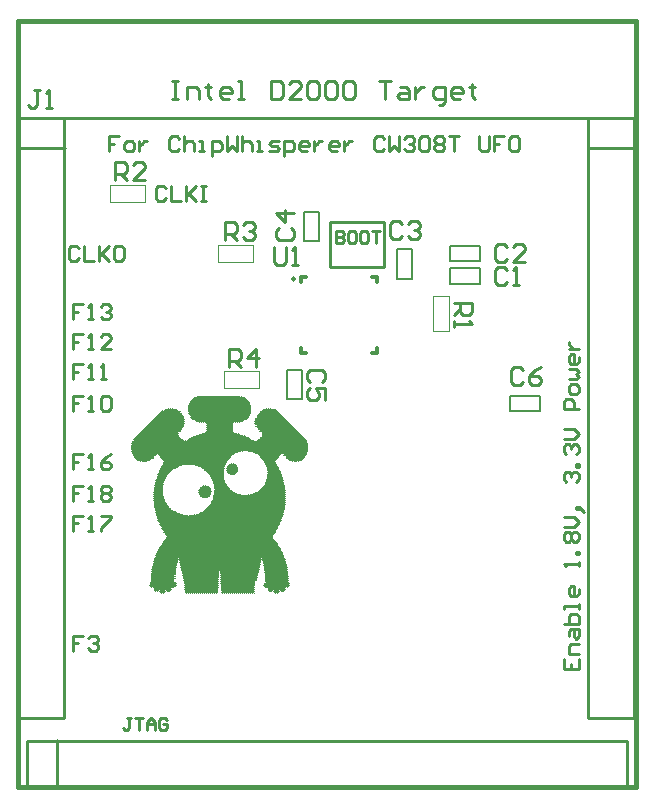
<source format=gto>
G04 Layer_Color=65535*
%FSLAX25Y25*%
%MOIN*%
G70*
G01*
G75*
%ADD20C,0.01000*%
%ADD21C,0.01500*%
%ADD31C,0.00984*%
%ADD32C,0.00394*%
%ADD33C,0.00787*%
%ADD34C,0.01181*%
G36*
X174838Y230240D02*
X175850D01*
Y229902D01*
X176188D01*
Y229565D01*
X176525D01*
Y229227D01*
X176863D01*
Y228890D01*
X177200D01*
Y228552D01*
X177538D01*
Y228215D01*
Y227877D01*
Y227540D01*
X177875D01*
Y227202D01*
Y226865D01*
Y226527D01*
Y226190D01*
Y225852D01*
Y225515D01*
Y225177D01*
Y224839D01*
Y224502D01*
X177538D01*
Y224164D01*
Y223827D01*
X177200D01*
Y223489D01*
Y223152D01*
X176863D01*
Y222814D01*
X176525D01*
Y222477D01*
X175513D01*
Y222139D01*
X175175D01*
Y221802D01*
X174162D01*
Y221464D01*
X173825D01*
Y221802D01*
X173487D01*
Y221464D01*
X173150D01*
Y221802D01*
X172812D01*
Y221464D01*
X172475D01*
Y221802D01*
X172137D01*
Y221464D01*
X171800D01*
Y221127D01*
Y220789D01*
Y220452D01*
Y220114D01*
Y219777D01*
Y219439D01*
Y219102D01*
Y218764D01*
Y218426D01*
X172137D01*
Y218089D01*
X173150D01*
Y217751D01*
X173487D01*
Y218089D01*
X173825D01*
Y217751D01*
X174162D01*
Y217414D01*
X175175D01*
Y217076D01*
X175513D01*
Y217414D01*
X175850D01*
Y217076D01*
X176188D01*
Y216739D01*
X177200D01*
Y216401D01*
X177538D01*
Y216064D01*
X177875D01*
Y215726D01*
X178888D01*
Y215389D01*
X179563D01*
Y215726D01*
X179900D01*
Y216064D01*
X180575D01*
Y216401D01*
Y216739D01*
X181251D01*
Y217076D01*
Y217414D01*
Y217751D01*
Y218089D01*
Y218426D01*
X180238D01*
Y218764D01*
X180575D01*
Y219102D01*
X179900D01*
Y219439D01*
Y219777D01*
X179563D01*
Y220114D01*
X179225D01*
Y220452D01*
X179563D01*
Y220789D01*
X179225D01*
Y221127D01*
X178888D01*
Y221464D01*
X179225D01*
Y221802D01*
X178888D01*
Y222139D01*
X179225D01*
Y222477D01*
Y222814D01*
Y223152D01*
X179563D01*
Y223489D01*
Y223827D01*
Y224164D01*
X179900D01*
Y224502D01*
X180238D01*
Y224839D01*
X180575D01*
Y225177D01*
Y225515D01*
X181251D01*
Y225852D01*
X181588D01*
Y226190D01*
X182601D01*
Y226527D01*
X182938D01*
Y226190D01*
X183276D01*
Y226527D01*
X183613D01*
Y226190D01*
X183951D01*
Y226527D01*
X184288D01*
Y226190D01*
X185976D01*
Y225852D01*
X186313D01*
Y225515D01*
X186651D01*
Y225177D01*
X186988D01*
Y224839D01*
X187326D01*
Y224502D01*
X187663D01*
Y224164D01*
X188001D01*
Y223827D01*
X188338D01*
Y223489D01*
X188676D01*
Y223152D01*
X189014D01*
Y222814D01*
X189351D01*
Y222477D01*
X189689D01*
Y222139D01*
X190026D01*
Y221802D01*
X190364D01*
Y221464D01*
X190701D01*
Y221127D01*
X191039D01*
Y220789D01*
X191376D01*
Y220452D01*
X191714D01*
Y220114D01*
X192051D01*
Y219777D01*
X192389D01*
Y219439D01*
X192726D01*
Y219102D01*
X193064D01*
Y218764D01*
X193401D01*
Y218426D01*
X193739D01*
Y218089D01*
X194076D01*
Y217751D01*
X194414D01*
Y217414D01*
X194751D01*
Y217076D01*
X195089D01*
Y216739D01*
X195426D01*
Y216401D01*
X195764D01*
Y216064D01*
X196101D01*
Y215726D01*
X196439D01*
Y215389D01*
Y215051D01*
Y214714D01*
X196777D01*
Y214376D01*
Y214039D01*
Y213701D01*
Y213364D01*
Y213026D01*
Y212689D01*
Y212351D01*
Y212014D01*
Y211676D01*
X196439D01*
Y211338D01*
Y211001D01*
Y210663D01*
X196101D01*
Y210326D01*
X195764D01*
Y209988D01*
X195426D01*
Y209651D01*
X195089D01*
Y209313D01*
X194751D01*
Y208976D01*
X193739D01*
Y208638D01*
X193401D01*
Y208976D01*
X193064D01*
Y208638D01*
X192051D01*
Y208976D01*
X191714D01*
Y208638D01*
X191376D01*
Y208976D01*
X190364D01*
Y209313D01*
X190026D01*
Y209651D01*
X189351D01*
Y209988D01*
Y210326D01*
X188338D01*
Y210663D01*
X188676D01*
Y211001D01*
X187663D01*
Y210663D01*
X187326D01*
Y210326D01*
X186988D01*
Y209988D01*
X186651D01*
Y209651D01*
X186313D01*
Y209313D01*
X185976D01*
Y208976D01*
X185638D01*
Y208638D01*
X185976D01*
Y208301D01*
Y207963D01*
X186313D01*
Y207626D01*
Y207288D01*
X186651D01*
Y206951D01*
X186988D01*
Y206613D01*
Y206276D01*
Y205938D01*
X187326D01*
Y205601D01*
X187663D01*
Y205263D01*
Y204925D01*
Y204588D01*
X188001D01*
Y204251D01*
Y203913D01*
Y203575D01*
X188338D01*
Y203238D01*
Y202900D01*
Y202563D01*
X188676D01*
Y202225D01*
X188338D01*
Y201888D01*
X188676D01*
Y201550D01*
Y201213D01*
Y200875D01*
X189014D01*
Y200538D01*
Y200200D01*
Y199863D01*
Y199525D01*
Y199188D01*
X189351D01*
Y198850D01*
X189014D01*
Y198513D01*
X189351D01*
Y198175D01*
X189014D01*
Y197837D01*
X189351D01*
Y197500D01*
X189014D01*
Y197162D01*
X189351D01*
Y196825D01*
X189014D01*
Y196487D01*
X189351D01*
Y196150D01*
X189014D01*
Y195812D01*
X189351D01*
Y195475D01*
X189014D01*
Y195137D01*
X189351D01*
Y194800D01*
X189014D01*
Y194462D01*
X189351D01*
Y194125D01*
X189014D01*
Y193787D01*
Y193450D01*
Y193112D01*
Y192775D01*
Y192437D01*
X188676D01*
Y192100D01*
Y191762D01*
Y191425D01*
X188338D01*
Y191087D01*
X188676D01*
Y190750D01*
X188338D01*
Y190412D01*
Y190075D01*
X188001D01*
Y189737D01*
Y189399D01*
X187663D01*
Y189062D01*
X188001D01*
Y188724D01*
X187663D01*
Y188387D01*
X187326D01*
Y188049D01*
Y187712D01*
Y187374D01*
X186988D01*
Y187037D01*
X186651D01*
Y186699D01*
Y186362D01*
Y186024D01*
X186313D01*
Y185687D01*
X185976D01*
Y185349D01*
Y185012D01*
Y184674D01*
X185638D01*
Y184337D01*
X185301D01*
Y183999D01*
X184963D01*
Y183661D01*
Y183324D01*
Y182986D01*
X185301D01*
Y182649D01*
X185638D01*
Y182311D01*
X185976D01*
Y181974D01*
X186313D01*
Y181636D01*
X186651D01*
Y181299D01*
Y180961D01*
Y180624D01*
X186988D01*
Y180286D01*
X187326D01*
Y179949D01*
X187663D01*
Y179611D01*
Y179274D01*
Y178936D01*
X188001D01*
Y178599D01*
X188338D01*
Y178261D01*
Y177924D01*
Y177586D01*
X188676D01*
Y177249D01*
Y176911D01*
Y176574D01*
X189014D01*
Y176236D01*
X189351D01*
Y175899D01*
X189014D01*
Y175561D01*
X189351D01*
Y175223D01*
Y174886D01*
Y174548D01*
X189689D01*
Y174211D01*
Y173873D01*
Y173536D01*
X190026D01*
Y173198D01*
X189689D01*
Y172861D01*
X190026D01*
Y172523D01*
X189689D01*
Y172186D01*
X190026D01*
Y171848D01*
Y171511D01*
Y171173D01*
Y170836D01*
Y170498D01*
X190364D01*
Y170160D01*
X190026D01*
Y169823D01*
X190364D01*
Y169485D01*
X190026D01*
Y169148D01*
X190364D01*
Y168810D01*
X190026D01*
Y168473D01*
X190364D01*
Y168135D01*
X190701D01*
Y167798D01*
X190364D01*
Y167460D01*
X190701D01*
Y167123D01*
X190364D01*
Y166785D01*
X190026D01*
Y166448D01*
X189689D01*
Y166785D01*
X189351D01*
Y166448D01*
X189014D01*
Y166110D01*
X189351D01*
Y165773D01*
X189014D01*
Y165435D01*
X188676D01*
Y165098D01*
X187663D01*
Y165435D01*
X187326D01*
Y165773D01*
X186988D01*
Y165435D01*
X187326D01*
Y165098D01*
X186988D01*
Y164760D01*
X186651D01*
Y164423D01*
X186313D01*
Y164760D01*
X185976D01*
Y164423D01*
X185638D01*
Y164760D01*
X185301D01*
Y165098D01*
X184963D01*
Y165435D01*
X184626D01*
Y165098D01*
X183613D01*
Y165435D01*
X183276D01*
Y165773D01*
Y166110D01*
Y166448D01*
X182263D01*
Y166785D01*
X181925D01*
Y167123D01*
X181588D01*
Y167460D01*
X181925D01*
Y167798D01*
Y168135D01*
X182601D01*
Y168473D01*
X182263D01*
Y168810D01*
Y169148D01*
Y169485D01*
Y169823D01*
Y170160D01*
Y170498D01*
Y170836D01*
Y171173D01*
Y171511D01*
X181925D01*
Y171848D01*
X182263D01*
Y172186D01*
X181925D01*
Y172523D01*
Y172861D01*
Y173198D01*
Y173536D01*
Y173873D01*
X181588D01*
Y174211D01*
X181925D01*
Y174548D01*
X181588D01*
Y174886D01*
Y175223D01*
Y175561D01*
X181251D01*
Y175899D01*
X180913D01*
Y175561D01*
Y175223D01*
Y174886D01*
X180575D01*
Y174548D01*
X180913D01*
Y174211D01*
X180575D01*
Y173873D01*
Y173536D01*
Y173198D01*
X180238D01*
Y172861D01*
X180575D01*
Y172523D01*
X180238D01*
Y172186D01*
Y171848D01*
Y171511D01*
X179900D01*
Y171173D01*
Y170836D01*
Y170498D01*
X179563D01*
Y170160D01*
X179900D01*
Y169823D01*
X179563D01*
Y169485D01*
Y169148D01*
Y168810D01*
X179225D01*
Y168473D01*
Y168135D01*
Y167798D01*
Y167460D01*
Y167123D01*
X178888D01*
Y166785D01*
X179225D01*
Y166448D01*
X178888D01*
Y166110D01*
X179225D01*
Y165773D01*
X178888D01*
Y165435D01*
X179225D01*
Y165098D01*
X178888D01*
Y164760D01*
X179225D01*
Y164423D01*
X178888D01*
Y164760D01*
X178550D01*
Y164423D01*
X178213D01*
Y164760D01*
X177875D01*
Y164423D01*
X177538D01*
Y164760D01*
X177200D01*
Y164423D01*
X176863D01*
Y164760D01*
X176525D01*
Y164423D01*
X176188D01*
Y164760D01*
X175850D01*
Y164423D01*
X175513D01*
Y164760D01*
X175175D01*
Y164423D01*
X174838D01*
Y164760D01*
X174500D01*
Y164423D01*
X174162D01*
Y164760D01*
X173825D01*
Y164423D01*
X173487D01*
Y164760D01*
X173150D01*
Y164423D01*
X172812D01*
Y164760D01*
X172475D01*
Y164423D01*
X172137D01*
Y164760D01*
X171800D01*
Y164423D01*
X171462D01*
Y164760D01*
X171125D01*
Y164423D01*
X170787D01*
Y164760D01*
X170450D01*
Y164423D01*
X170112D01*
Y164760D01*
X169775D01*
Y164423D01*
X169437D01*
Y164760D01*
X169100D01*
Y164423D01*
X168762D01*
Y164760D01*
X168425D01*
Y164423D01*
X168087D01*
Y164760D01*
X167750D01*
Y165098D01*
X168087D01*
Y165435D01*
X167750D01*
Y165773D01*
Y166110D01*
Y166448D01*
Y166785D01*
Y167123D01*
Y167460D01*
Y167798D01*
X167412D01*
Y168135D01*
X167750D01*
Y168473D01*
X167412D01*
Y168810D01*
X167750D01*
Y169148D01*
X167412D01*
Y169485D01*
X167750D01*
Y169823D01*
X167412D01*
Y170160D01*
X167750D01*
Y170498D01*
X167412D01*
Y170836D01*
X167750D01*
Y171173D01*
X167412D01*
Y171511D01*
Y171848D01*
Y172186D01*
X167075D01*
Y171848D01*
Y171511D01*
Y171173D01*
Y170836D01*
Y170498D01*
Y170160D01*
Y169823D01*
X166737D01*
Y169485D01*
X167075D01*
Y169148D01*
X166737D01*
Y168810D01*
X167075D01*
Y168473D01*
X166737D01*
Y168135D01*
X167075D01*
Y167798D01*
X166737D01*
Y167460D01*
X167075D01*
Y167123D01*
X166737D01*
Y166785D01*
X167075D01*
Y166448D01*
X166737D01*
Y166110D01*
Y165773D01*
Y165435D01*
Y165098D01*
Y164760D01*
X166399D01*
Y164423D01*
X166062D01*
Y164760D01*
X165724D01*
Y164423D01*
X165387D01*
Y164760D01*
X165049D01*
Y164423D01*
X164712D01*
Y164760D01*
X164374D01*
Y164423D01*
X164037D01*
Y164760D01*
X163699D01*
Y164423D01*
X163362D01*
Y164760D01*
X163024D01*
Y164423D01*
X162687D01*
Y164760D01*
X162349D01*
Y164423D01*
X162012D01*
Y164760D01*
X161674D01*
Y164423D01*
X161337D01*
Y164760D01*
X160999D01*
Y164423D01*
X160661D01*
Y164760D01*
X160324D01*
Y164423D01*
X159986D01*
Y164760D01*
X159649D01*
Y164423D01*
X159311D01*
Y164760D01*
X158974D01*
Y164423D01*
X158636D01*
Y164760D01*
X158299D01*
Y164423D01*
X157961D01*
Y164760D01*
X157624D01*
Y164423D01*
X157286D01*
Y164760D01*
X156949D01*
Y164423D01*
X156611D01*
Y164760D01*
X156274D01*
Y164423D01*
X155936D01*
Y164760D01*
X155599D01*
Y165098D01*
Y165435D01*
Y165773D01*
X155261D01*
Y166110D01*
X155599D01*
Y166448D01*
X155261D01*
Y166785D01*
X155599D01*
Y167123D01*
X155261D01*
Y167460D01*
X155599D01*
Y167798D01*
X155261D01*
Y168135D01*
Y168473D01*
Y168810D01*
X154924D01*
Y169148D01*
X155261D01*
Y169485D01*
X154924D01*
Y169823D01*
Y170160D01*
Y170498D01*
X154586D01*
Y170836D01*
X154924D01*
Y171173D01*
X154586D01*
Y171511D01*
Y171848D01*
Y172186D01*
X154249D01*
Y172523D01*
Y172861D01*
Y173198D01*
X153911D01*
Y173536D01*
X154249D01*
Y173873D01*
X153911D01*
Y174211D01*
Y174548D01*
Y174886D01*
X153574D01*
Y175223D01*
X153911D01*
Y175561D01*
X153574D01*
Y175899D01*
X153236D01*
Y175561D01*
Y175223D01*
Y174886D01*
X152899D01*
Y174548D01*
Y174211D01*
Y173873D01*
X152561D01*
Y173536D01*
X152899D01*
Y173198D01*
X152561D01*
Y172861D01*
Y172523D01*
Y172186D01*
Y171848D01*
Y171511D01*
Y171173D01*
Y170836D01*
X152223D01*
Y170498D01*
X152561D01*
Y170160D01*
X152223D01*
Y169823D01*
X152561D01*
Y169485D01*
X152223D01*
Y169148D01*
Y168810D01*
Y168473D01*
X152561D01*
Y168135D01*
X152899D01*
Y167798D01*
X152561D01*
Y167460D01*
X152899D01*
Y167123D01*
X152561D01*
Y166785D01*
X152223D01*
Y166448D01*
X151211D01*
Y166110D01*
X151548D01*
Y165773D01*
X151211D01*
Y165435D01*
X150873D01*
Y165098D01*
X149861D01*
Y165435D01*
X149523D01*
Y165773D01*
X149186D01*
Y165435D01*
X149523D01*
Y165098D01*
X149186D01*
Y164760D01*
X148848D01*
Y164423D01*
X148511D01*
Y164760D01*
X148173D01*
Y164423D01*
X147836D01*
Y164760D01*
X147498D01*
Y165098D01*
X147160D01*
Y165435D01*
X146823D01*
Y165098D01*
X146485D01*
Y165435D01*
X146148D01*
Y165098D01*
X145810D01*
Y165435D01*
X145473D01*
Y165773D01*
Y166110D01*
Y166448D01*
X145135D01*
Y166785D01*
X144798D01*
Y166448D01*
X144460D01*
Y166785D01*
X144123D01*
Y167123D01*
X143785D01*
Y167460D01*
X144123D01*
Y167798D01*
Y168135D01*
Y168473D01*
X144460D01*
Y168810D01*
Y169148D01*
Y169485D01*
Y169823D01*
Y170160D01*
Y170498D01*
Y170836D01*
Y171173D01*
Y171511D01*
X144798D01*
Y171848D01*
X144460D01*
Y172186D01*
X144798D01*
Y172523D01*
X144460D01*
Y172861D01*
X144798D01*
Y173198D01*
Y173536D01*
Y173873D01*
X145135D01*
Y174211D01*
Y174548D01*
Y174886D01*
X145473D01*
Y175223D01*
X145135D01*
Y175561D01*
X145473D01*
Y175899D01*
Y176236D01*
Y176574D01*
X145810D01*
Y176911D01*
X146148D01*
Y177249D01*
X145810D01*
Y177586D01*
X146148D01*
Y177924D01*
Y178261D01*
X146485D01*
Y178599D01*
Y178936D01*
X146823D01*
Y179274D01*
Y179611D01*
X147160D01*
Y179949D01*
Y180286D01*
X147498D01*
Y180624D01*
X147836D01*
Y180961D01*
X148173D01*
Y181299D01*
Y181636D01*
X148511D01*
Y181974D01*
Y182311D01*
X148848D01*
Y182649D01*
X149186D01*
Y182986D01*
X149523D01*
Y183324D01*
X149861D01*
Y183661D01*
X149523D01*
Y183999D01*
X149186D01*
Y184337D01*
Y184674D01*
X148511D01*
Y185012D01*
X148848D01*
Y185349D01*
X148511D01*
Y185687D01*
X148173D01*
Y186024D01*
X147836D01*
Y186362D01*
X148173D01*
Y186699D01*
X147836D01*
Y187037D01*
X147498D01*
Y187374D01*
X147160D01*
Y187712D01*
X147498D01*
Y188049D01*
X147160D01*
Y188387D01*
X146823D01*
Y188724D01*
X146485D01*
Y189062D01*
X146823D01*
Y189399D01*
X146485D01*
Y189737D01*
Y190075D01*
Y190412D01*
X146148D01*
Y190750D01*
Y191087D01*
Y191425D01*
X145810D01*
Y191762D01*
X146148D01*
Y192100D01*
X145810D01*
Y192437D01*
Y192775D01*
Y193112D01*
X145473D01*
Y193450D01*
Y193787D01*
Y194125D01*
Y194462D01*
Y194800D01*
Y195137D01*
Y195475D01*
X145135D01*
Y195812D01*
X145473D01*
Y196150D01*
X145135D01*
Y196487D01*
X145473D01*
Y196825D01*
X145135D01*
Y197162D01*
X145473D01*
Y197500D01*
X145135D01*
Y197837D01*
X145473D01*
Y198175D01*
X145135D01*
Y198513D01*
X145473D01*
Y198850D01*
Y199188D01*
Y199525D01*
Y199863D01*
Y200200D01*
X145810D01*
Y200538D01*
X145473D01*
Y200875D01*
X145810D01*
Y201213D01*
Y201550D01*
Y201888D01*
X146148D01*
Y202225D01*
X145810D01*
Y202563D01*
X146148D01*
Y202900D01*
X146485D01*
Y203238D01*
Y203575D01*
Y203913D01*
X146823D01*
Y204251D01*
X146485D01*
Y204588D01*
X146823D01*
Y204925D01*
X147160D01*
Y205263D01*
Y205601D01*
Y205938D01*
X147498D01*
Y206276D01*
Y206613D01*
X147836D01*
Y206951D01*
Y207288D01*
X148173D01*
Y207626D01*
X148511D01*
Y207963D01*
Y208301D01*
Y208638D01*
X148848D01*
Y208976D01*
X148511D01*
Y209313D01*
X148173D01*
Y209651D01*
X147836D01*
Y209988D01*
X147498D01*
Y210326D01*
X147160D01*
Y210663D01*
X146823D01*
Y211001D01*
X146485D01*
Y210663D01*
X146148D01*
Y210326D01*
X145473D01*
Y209988D01*
Y209651D01*
X144460D01*
Y209313D01*
X144123D01*
Y208976D01*
X143110D01*
Y208638D01*
X141423D01*
Y208976D01*
X141085D01*
Y208638D01*
X140748D01*
Y208976D01*
X139735D01*
Y209313D01*
X139398D01*
Y209651D01*
X139060D01*
Y209988D01*
X138723D01*
Y210326D01*
X138385D01*
Y210663D01*
Y211001D01*
X138047D01*
Y211338D01*
Y211676D01*
X137710D01*
Y212014D01*
X138047D01*
Y212351D01*
X137710D01*
Y212689D01*
Y213026D01*
Y213364D01*
Y213701D01*
Y214039D01*
X138047D01*
Y214376D01*
X137710D01*
Y214714D01*
X138047D01*
Y215051D01*
Y215389D01*
X138723D01*
Y215726D01*
X138385D01*
Y216064D01*
X138723D01*
Y216401D01*
X139060D01*
Y216739D01*
X139398D01*
Y217076D01*
X139735D01*
Y217414D01*
X140073D01*
Y217751D01*
X140410D01*
Y218089D01*
X140748D01*
Y218426D01*
X141085D01*
Y218764D01*
X141423D01*
Y219102D01*
X141760D01*
Y219439D01*
X142098D01*
Y219777D01*
X142435D01*
Y220114D01*
X142773D01*
Y220452D01*
X143110D01*
Y220789D01*
X143448D01*
Y221127D01*
X143785D01*
Y221464D01*
X144123D01*
Y221802D01*
X144460D01*
Y222139D01*
X144798D01*
Y222477D01*
X145135D01*
Y222814D01*
X145473D01*
Y223152D01*
X145810D01*
Y223489D01*
X146148D01*
Y223827D01*
X146485D01*
Y224164D01*
X146823D01*
Y224502D01*
X147160D01*
Y224839D01*
X147498D01*
Y225177D01*
X147836D01*
Y225515D01*
X148173D01*
Y225852D01*
X148511D01*
Y225515D01*
X148848D01*
Y225852D01*
X149186D01*
Y226190D01*
X150198D01*
Y226527D01*
X150536D01*
Y226190D01*
X150873D01*
Y226527D01*
X151211D01*
Y226190D01*
X151548D01*
Y226527D01*
X151886D01*
Y226190D01*
X152899D01*
Y225852D01*
X153236D01*
Y225515D01*
X154249D01*
Y225177D01*
X153911D01*
Y224839D01*
X154586D01*
Y224502D01*
Y224164D01*
X154924D01*
Y223827D01*
X155261D01*
Y223489D01*
Y223152D01*
Y222814D01*
X155599D01*
Y222477D01*
X155261D01*
Y222139D01*
X155599D01*
Y221802D01*
X155261D01*
Y221464D01*
X155599D01*
Y221127D01*
X155261D01*
Y220789D01*
Y220452D01*
Y220114D01*
X154924D01*
Y219777D01*
X154586D01*
Y219439D01*
Y219102D01*
X154249D01*
Y218764D01*
Y218426D01*
X153236D01*
Y218089D01*
X153574D01*
Y217751D01*
X153236D01*
Y217414D01*
X153574D01*
Y217076D01*
Y216739D01*
X153911D01*
Y216401D01*
X154249D01*
Y216064D01*
X154924D01*
Y215726D01*
X155261D01*
Y215389D01*
X155599D01*
Y215726D01*
X155936D01*
Y215389D01*
X156274D01*
Y215726D01*
X156611D01*
Y216064D01*
X156949D01*
Y216401D01*
X157624D01*
Y216739D01*
X158299D01*
Y217076D01*
X159311D01*
Y217414D01*
X160324D01*
Y217751D01*
X161337D01*
Y218089D01*
X162349D01*
Y218426D01*
X162687D01*
Y218764D01*
X163024D01*
Y219102D01*
X162687D01*
Y219439D01*
X163024D01*
Y219777D01*
X162687D01*
Y220114D01*
X163024D01*
Y220452D01*
X162687D01*
Y220789D01*
X163024D01*
Y221127D01*
X162687D01*
Y221464D01*
X162349D01*
Y221802D01*
X162012D01*
Y221464D01*
X161674D01*
Y221802D01*
X161337D01*
Y221464D01*
X160999D01*
Y221802D01*
X160661D01*
Y221464D01*
X160324D01*
Y221802D01*
X159311D01*
Y222139D01*
X158974D01*
Y222477D01*
X157961D01*
Y222814D01*
X157624D01*
Y223152D01*
X157286D01*
Y223489D01*
X157624D01*
Y223827D01*
X157286D01*
Y224164D01*
X156949D01*
Y224502D01*
X156611D01*
Y224839D01*
X156949D01*
Y225177D01*
X156611D01*
Y225515D01*
Y225852D01*
Y226190D01*
Y226527D01*
Y226865D01*
Y227202D01*
Y227540D01*
X156949D01*
Y227877D01*
Y228215D01*
X157286D01*
Y228552D01*
Y228890D01*
X157624D01*
Y229227D01*
X157961D01*
Y229565D01*
X158299D01*
Y229902D01*
X158636D01*
Y230240D01*
X159649D01*
Y230577D01*
X174162D01*
Y230240D01*
X174500D01*
Y230577D01*
X174838D01*
Y230240D01*
D02*
G37*
%LPC*%
G36*
X153574Y176574D02*
X153236D01*
Y176236D01*
X153574D01*
Y176574D01*
D02*
G37*
G36*
X181251D02*
X180913D01*
Y176236D01*
X181251D01*
Y176574D01*
D02*
G37*
G36*
X147498Y165773D02*
X147160D01*
Y165435D01*
X147498D01*
Y165773D01*
D02*
G37*
G36*
X185301D02*
X184963D01*
Y165435D01*
X185301D01*
Y165773D01*
D02*
G37*
G36*
X176863Y212014D02*
X175175D01*
Y211676D01*
X174838D01*
Y212014D01*
X174500D01*
Y211676D01*
X173487D01*
Y211338D01*
X172475D01*
Y211001D01*
X172137D01*
Y210663D01*
X171462D01*
Y210326D01*
X171125D01*
Y209988D01*
X170787D01*
Y209651D01*
X170450D01*
Y209313D01*
X170112D01*
Y208976D01*
X169775D01*
Y208638D01*
Y208301D01*
X169437D01*
Y207963D01*
Y207626D01*
X169100D01*
Y207288D01*
Y206951D01*
X168762D01*
Y206613D01*
X169100D01*
Y206276D01*
X168762D01*
Y205938D01*
Y205601D01*
Y205263D01*
Y204925D01*
Y204588D01*
Y204251D01*
Y203913D01*
Y203575D01*
Y203238D01*
Y202900D01*
Y202563D01*
X169100D01*
Y202225D01*
Y201888D01*
Y201550D01*
X169437D01*
Y201213D01*
X169775D01*
Y200875D01*
Y200538D01*
X170112D01*
Y200200D01*
X170450D01*
Y199863D01*
X170787D01*
Y199525D01*
Y199188D01*
X171462D01*
Y198850D01*
X171800D01*
Y198513D01*
X172475D01*
Y198175D01*
X173150D01*
Y197837D01*
X174500D01*
Y197500D01*
X176863D01*
Y197837D01*
X177200D01*
Y197500D01*
X177538D01*
Y197837D01*
X178550D01*
Y198175D01*
X179225D01*
Y198513D01*
X179900D01*
Y198850D01*
X180238D01*
Y199188D01*
X180575D01*
Y199525D01*
X180913D01*
Y199863D01*
X181251D01*
Y200200D01*
X181588D01*
Y200538D01*
X181925D01*
Y200875D01*
X182263D01*
Y201213D01*
Y201550D01*
Y201888D01*
X182601D01*
Y202225D01*
Y202563D01*
Y202900D01*
X182938D01*
Y203238D01*
Y203575D01*
Y203913D01*
Y204251D01*
Y204588D01*
X183276D01*
Y204925D01*
X182938D01*
Y205263D01*
X183276D01*
Y205601D01*
X182938D01*
Y205938D01*
Y206276D01*
Y206613D01*
Y206951D01*
X182601D01*
Y207288D01*
Y207626D01*
X182263D01*
Y207963D01*
Y208301D01*
X181925D01*
Y208638D01*
Y208976D01*
X181588D01*
Y209313D01*
X181251D01*
Y209651D01*
X180913D01*
Y209988D01*
X180575D01*
Y210326D01*
X180238D01*
Y210663D01*
X179900D01*
Y211001D01*
X179225D01*
Y211338D01*
X178550D01*
Y211676D01*
X176863D01*
Y212014D01*
D02*
G37*
G36*
X158974Y207626D02*
X154586D01*
Y207288D01*
X153574D01*
Y206951D01*
X153236D01*
Y206613D01*
X152561D01*
Y206276D01*
X151886D01*
Y205938D01*
X151548D01*
Y205601D01*
X151211D01*
Y205263D01*
X150873D01*
Y204925D01*
X150536D01*
Y204588D01*
X150198D01*
Y204251D01*
X149861D01*
Y203913D01*
Y203575D01*
X149523D01*
Y203238D01*
Y202900D01*
X149186D01*
Y202563D01*
Y202225D01*
X148848D01*
Y201888D01*
Y201550D01*
X148511D01*
Y201213D01*
X148848D01*
Y200875D01*
X148511D01*
Y200538D01*
Y200200D01*
Y199863D01*
Y199525D01*
Y199188D01*
Y198850D01*
Y198513D01*
Y198175D01*
Y197837D01*
Y197500D01*
Y197162D01*
X148848D01*
Y196825D01*
Y196487D01*
Y196150D01*
X149186D01*
Y195812D01*
Y195475D01*
Y195137D01*
X149523D01*
Y194800D01*
X149861D01*
Y194462D01*
Y194125D01*
X150198D01*
Y193787D01*
X150536D01*
Y193450D01*
Y193112D01*
X151211D01*
Y192775D01*
Y192437D01*
X151886D01*
Y192100D01*
X152561D01*
Y191762D01*
X152899D01*
Y191425D01*
X153911D01*
Y191087D01*
X154924D01*
Y190750D01*
X156611D01*
Y190412D01*
X156949D01*
Y190750D01*
X158636D01*
Y191087D01*
X158974D01*
Y190750D01*
X159311D01*
Y191087D01*
X160324D01*
Y191425D01*
X160661D01*
Y191762D01*
X161674D01*
Y192100D01*
X162012D01*
Y192437D01*
X162349D01*
Y192775D01*
X162687D01*
Y193112D01*
X163024D01*
Y193450D01*
X163362D01*
Y193787D01*
X163699D01*
Y194125D01*
X164037D01*
Y194462D01*
X164374D01*
Y194800D01*
Y195137D01*
Y195475D01*
X164712D01*
Y195812D01*
X165049D01*
Y196150D01*
Y196487D01*
Y196825D01*
Y197162D01*
Y197500D01*
X165387D01*
Y197837D01*
Y198175D01*
Y198513D01*
Y198850D01*
Y199188D01*
X165724D01*
Y199525D01*
X165387D01*
Y199863D01*
Y200200D01*
Y200538D01*
Y200875D01*
Y201213D01*
X165049D01*
Y201550D01*
Y201888D01*
Y202225D01*
X164712D01*
Y202563D01*
Y202900D01*
X164374D01*
Y203238D01*
Y203575D01*
X164037D01*
Y203913D01*
Y204251D01*
X163699D01*
Y204588D01*
X163362D01*
Y204925D01*
X163024D01*
Y205263D01*
X162687D01*
Y205601D01*
X162012D01*
Y205938D01*
Y206276D01*
X161337D01*
Y206613D01*
X160999D01*
Y206951D01*
X159986D01*
Y207288D01*
X158974D01*
Y207626D01*
D02*
G37*
%LPD*%
G36*
X172137Y207963D02*
X172812D01*
Y207626D01*
X173150D01*
Y207288D01*
Y206951D01*
X173487D01*
Y206613D01*
Y206276D01*
Y205938D01*
Y205601D01*
Y205263D01*
X173150D01*
Y204925D01*
X172812D01*
Y204588D01*
X172475D01*
Y204251D01*
X170787D01*
Y204588D01*
X170112D01*
Y204925D01*
X169775D01*
Y205263D01*
Y205601D01*
X169437D01*
Y205938D01*
X169775D01*
Y206276D01*
X169437D01*
Y206613D01*
X169775D01*
Y206951D01*
Y207288D01*
X170112D01*
Y207626D01*
X170450D01*
Y207963D01*
X171125D01*
Y208301D01*
X171462D01*
Y207963D01*
X171800D01*
Y208301D01*
X172137D01*
Y207963D01*
D02*
G37*
G36*
X162687Y200538D02*
X163699D01*
Y200200D01*
X164037D01*
Y199863D01*
X164374D01*
Y199525D01*
Y199188D01*
Y198850D01*
X164712D01*
Y198513D01*
X164374D01*
Y198175D01*
Y197837D01*
Y197500D01*
X164037D01*
Y197162D01*
Y196825D01*
X163362D01*
Y196487D01*
X161337D01*
Y196825D01*
X160661D01*
Y197162D01*
Y197500D01*
X160324D01*
Y197837D01*
Y198175D01*
X159986D01*
Y198513D01*
X160324D01*
Y198850D01*
X159986D01*
Y199188D01*
X160324D01*
Y199525D01*
X160661D01*
Y199863D01*
Y200200D01*
X161337D01*
Y200538D01*
X161674D01*
Y200875D01*
X162012D01*
Y200538D01*
X162349D01*
Y200875D01*
X162687D01*
Y200538D01*
D02*
G37*
D20*
X204000Y273650D02*
Y288500D01*
X222000D01*
Y273650D02*
Y288500D01*
X204000Y273650D02*
X222000D01*
X290126Y123000D02*
Y323000D01*
Y123000D02*
X305500D01*
X290126Y323000D02*
X305500D01*
X290126Y313000D02*
X305874D01*
X103000Y100126D02*
X303000D01*
Y115500D01*
X103000D02*
X303000D01*
X103000Y100126D02*
Y115500D01*
X113000Y100126D02*
Y115874D01*
X100126Y123000D02*
Y323000D01*
Y123000D02*
X115500D01*
Y323000D01*
X100126D02*
X115500D01*
X100126Y313000D02*
X115874D01*
X305500Y123000D02*
Y323000D01*
X115500D02*
X290126D01*
X169153Y282500D02*
Y288498D01*
X172153D01*
X173152Y287498D01*
Y285499D01*
X172153Y284499D01*
X169153D01*
X171153D02*
X173152Y282500D01*
X175152Y287498D02*
X176151Y288498D01*
X178151D01*
X179150Y287498D01*
Y286499D01*
X178151Y285499D01*
X177151D01*
X178151D01*
X179150Y284499D01*
Y283500D01*
X178151Y282500D01*
X176151D01*
X175152Y283500D01*
X132500Y302500D02*
Y308498D01*
X135499D01*
X136499Y307498D01*
Y305499D01*
X135499Y304499D01*
X132500D01*
X134499D02*
X136499Y302500D01*
X142497D02*
X138498D01*
X142497Y306499D01*
Y307498D01*
X141497Y308498D01*
X139498D01*
X138498Y307498D01*
X245500Y261500D02*
X251498D01*
Y258501D01*
X250498Y257501D01*
X248499D01*
X247499Y258501D01*
Y261500D01*
Y259501D02*
X245500Y257501D01*
Y255502D02*
Y253503D01*
Y254502D01*
X251498D01*
X250498Y255502D01*
X262999Y272498D02*
X261999Y273498D01*
X260000D01*
X259000Y272498D01*
Y268500D01*
X260000Y267500D01*
X261999D01*
X262999Y268500D01*
X264998Y267500D02*
X266997D01*
X265998D01*
Y273498D01*
X264998Y272498D01*
X262999Y279998D02*
X261999Y280998D01*
X260000D01*
X259000Y279998D01*
Y276000D01*
X260000Y275000D01*
X261999D01*
X262999Y276000D01*
X268997Y275000D02*
X264998D01*
X268997Y278999D01*
Y279998D01*
X267997Y280998D01*
X265998D01*
X264998Y279998D01*
X186952Y286549D02*
X185952Y285549D01*
Y283550D01*
X186952Y282550D01*
X190950D01*
X191950Y283550D01*
Y285549D01*
X190950Y286549D01*
X191950Y291547D02*
X185952D01*
X188951Y288548D01*
Y292547D01*
X201498Y235001D02*
X202498Y236001D01*
Y238000D01*
X201498Y239000D01*
X197500D01*
X196500Y238000D01*
Y236001D01*
X197500Y235001D01*
X202498Y229003D02*
Y233002D01*
X199499D01*
X200499Y231003D01*
Y230003D01*
X199499Y229003D01*
X197500D01*
X196500Y230003D01*
Y232002D01*
X197500Y233002D01*
X227999Y287754D02*
X226999Y288754D01*
X225000D01*
X224000Y287754D01*
Y283756D01*
X225000Y282756D01*
X226999D01*
X227999Y283756D01*
X229998Y287754D02*
X230998Y288754D01*
X232997D01*
X233997Y287754D01*
Y286755D01*
X232997Y285755D01*
X231997D01*
X232997D01*
X233997Y284755D01*
Y283756D01*
X232997Y282756D01*
X230998D01*
X229998Y283756D01*
X268549Y239048D02*
X267549Y240048D01*
X265550D01*
X264550Y239048D01*
Y235050D01*
X265550Y234050D01*
X267549D01*
X268549Y235050D01*
X274547Y240048D02*
X272547Y239048D01*
X270548Y237049D01*
Y235050D01*
X271548Y234050D01*
X273547D01*
X274547Y235050D01*
Y236049D01*
X273547Y237049D01*
X270548D01*
X107499Y332498D02*
X105499D01*
X106499D01*
Y327500D01*
X105499Y326500D01*
X104500D01*
X103500Y327500D01*
X109498Y326500D02*
X111497D01*
X110498D01*
Y332498D01*
X109498Y331498D01*
X185500Y279998D02*
Y275000D01*
X186500Y274000D01*
X188499D01*
X189499Y275000D01*
Y279998D01*
X191498Y274000D02*
X193497D01*
X192498D01*
Y279998D01*
X191498Y278998D01*
X170500Y240000D02*
Y245998D01*
X173499D01*
X174499Y244998D01*
Y242999D01*
X173499Y241999D01*
X170500D01*
X172499D02*
X174499Y240000D01*
X179497D02*
Y245998D01*
X176498Y242999D01*
X180497D01*
X120332Y279765D02*
X119499Y280598D01*
X117833D01*
X117000Y279765D01*
Y276433D01*
X117833Y275600D01*
X119499D01*
X120332Y276433D01*
X121998Y280598D02*
Y275600D01*
X125331D01*
X126997Y280598D02*
Y275600D01*
Y277266D01*
X130329Y280598D01*
X127830Y278099D01*
X130329Y275600D01*
X134494Y280598D02*
X132828D01*
X131995Y279765D01*
Y276433D01*
X132828Y275600D01*
X134494D01*
X135327Y276433D01*
Y279765D01*
X134494Y280598D01*
X149332Y299665D02*
X148499Y300498D01*
X146833D01*
X146000Y299665D01*
Y296333D01*
X146833Y295500D01*
X148499D01*
X149332Y296333D01*
X150998Y300498D02*
Y295500D01*
X154331D01*
X155997Y300498D02*
Y295500D01*
Y297166D01*
X159329Y300498D01*
X156830Y297999D01*
X159329Y295500D01*
X160995Y300498D02*
X162661D01*
X161828D01*
Y295500D01*
X160995D01*
X162661D01*
X121832Y260998D02*
X118500D01*
Y258499D01*
X120166D01*
X118500D01*
Y256000D01*
X123498D02*
X125164D01*
X124331D01*
Y260998D01*
X123498Y260165D01*
X127664D02*
X128497Y260998D01*
X130163D01*
X130996Y260165D01*
Y259332D01*
X130163Y258499D01*
X129330D01*
X130163D01*
X130996Y257666D01*
Y256833D01*
X130163Y256000D01*
X128497D01*
X127664Y256833D01*
X121832Y250998D02*
X118500D01*
Y248499D01*
X120166D01*
X118500D01*
Y246000D01*
X123498D02*
X125164D01*
X124331D01*
Y250998D01*
X123498Y250165D01*
X130996Y246000D02*
X127664D01*
X130996Y249332D01*
Y250165D01*
X130163Y250998D01*
X128497D01*
X127664Y250165D01*
X121832Y240998D02*
X118500D01*
Y238499D01*
X120166D01*
X118500D01*
Y236000D01*
X123498D02*
X125164D01*
X124331D01*
Y240998D01*
X123498Y240165D01*
X127664Y236000D02*
X129330D01*
X128497D01*
Y240998D01*
X127664Y240165D01*
X121832Y230498D02*
X118500D01*
Y227999D01*
X120166D01*
X118500D01*
Y225500D01*
X123498D02*
X125164D01*
X124331D01*
Y230498D01*
X123498Y229665D01*
X127664D02*
X128497Y230498D01*
X130163D01*
X130996Y229665D01*
Y226333D01*
X130163Y225500D01*
X128497D01*
X127664Y226333D01*
Y229665D01*
X133832Y316998D02*
X130500D01*
Y314499D01*
X132166D01*
X130500D01*
Y312000D01*
X136331D02*
X137998D01*
X138831Y312833D01*
Y314499D01*
X137998Y315332D01*
X136331D01*
X135498Y314499D01*
Y312833D01*
X136331Y312000D01*
X140497Y315332D02*
Y312000D01*
Y313666D01*
X141330Y314499D01*
X142163Y315332D01*
X142996D01*
X153826Y316165D02*
X152993Y316998D01*
X151327D01*
X150494Y316165D01*
Y312833D01*
X151327Y312000D01*
X152993D01*
X153826Y312833D01*
X155492Y316998D02*
Y312000D01*
Y314499D01*
X156325Y315332D01*
X157991D01*
X158824Y314499D01*
Y312000D01*
X160490D02*
X162156D01*
X161323D01*
Y315332D01*
X160490D01*
X164656Y310334D02*
Y315332D01*
X167155D01*
X167988Y314499D01*
Y312833D01*
X167155Y312000D01*
X164656D01*
X169654Y316998D02*
Y312000D01*
X171320Y313666D01*
X172986Y312000D01*
Y316998D01*
X174652D02*
Y312000D01*
Y314499D01*
X175485Y315332D01*
X177152D01*
X177985Y314499D01*
Y312000D01*
X179651D02*
X181317D01*
X180484D01*
Y315332D01*
X179651D01*
X183816Y312000D02*
X186315D01*
X187148Y312833D01*
X186315Y313666D01*
X184649D01*
X183816Y314499D01*
X184649Y315332D01*
X187148D01*
X188814Y310334D02*
Y315332D01*
X191314D01*
X192147Y314499D01*
Y312833D01*
X191314Y312000D01*
X188814D01*
X196312D02*
X194646D01*
X193813Y312833D01*
Y314499D01*
X194646Y315332D01*
X196312D01*
X197145Y314499D01*
Y313666D01*
X193813D01*
X198811Y315332D02*
Y312000D01*
Y313666D01*
X199644Y314499D01*
X200477Y315332D01*
X201310D01*
X206309Y312000D02*
X204643D01*
X203810Y312833D01*
Y314499D01*
X204643Y315332D01*
X206309D01*
X207142Y314499D01*
Y313666D01*
X203810D01*
X208808Y315332D02*
Y312000D01*
Y313666D01*
X209641Y314499D01*
X210474Y315332D01*
X211307D01*
X222137Y316165D02*
X221304Y316998D01*
X219638D01*
X218805Y316165D01*
Y312833D01*
X219638Y312000D01*
X221304D01*
X222137Y312833D01*
X223803Y316998D02*
Y312000D01*
X225469Y313666D01*
X227135Y312000D01*
Y316998D01*
X228801Y316165D02*
X229634Y316998D01*
X231301D01*
X232134Y316165D01*
Y315332D01*
X231301Y314499D01*
X230468D01*
X231301D01*
X232134Y313666D01*
Y312833D01*
X231301Y312000D01*
X229634D01*
X228801Y312833D01*
X233800Y316165D02*
X234633Y316998D01*
X236299D01*
X237132Y316165D01*
Y312833D01*
X236299Y312000D01*
X234633D01*
X233800Y312833D01*
Y316165D01*
X238798D02*
X239631Y316998D01*
X241297D01*
X242130Y316165D01*
Y315332D01*
X241297Y314499D01*
X242130Y313666D01*
Y312833D01*
X241297Y312000D01*
X239631D01*
X238798Y312833D01*
Y313666D01*
X239631Y314499D01*
X238798Y315332D01*
Y316165D01*
X239631Y314499D02*
X241297D01*
X243797Y316998D02*
X247129D01*
X245463D01*
Y312000D01*
X253793Y316998D02*
Y312833D01*
X254626Y312000D01*
X256293D01*
X257126Y312833D01*
Y316998D01*
X262124D02*
X258792D01*
Y314499D01*
X260458D01*
X258792D01*
Y312000D01*
X266289Y316998D02*
X264623D01*
X263790Y316165D01*
Y312833D01*
X264623Y312000D01*
X266289D01*
X267122Y312833D01*
Y316165D01*
X266289Y316998D01*
X151500Y335498D02*
X153499D01*
X152500D01*
Y329500D01*
X151500D01*
X153499D01*
X156498D02*
Y333499D01*
X159497D01*
X160497Y332499D01*
Y329500D01*
X163496Y334498D02*
Y333499D01*
X162496D01*
X164496D01*
X163496D01*
Y330500D01*
X164496Y329500D01*
X170494D02*
X168494D01*
X167495Y330500D01*
Y332499D01*
X168494Y333499D01*
X170494D01*
X171493Y332499D01*
Y331499D01*
X167495D01*
X173493Y329500D02*
X175492D01*
X174493D01*
Y335498D01*
X173493D01*
X184489D02*
Y329500D01*
X187488D01*
X188488Y330500D01*
Y334498D01*
X187488Y335498D01*
X184489D01*
X194486Y329500D02*
X190487D01*
X194486Y333499D01*
Y334498D01*
X193486Y335498D01*
X191487D01*
X190487Y334498D01*
X196485D02*
X197485Y335498D01*
X199485D01*
X200484Y334498D01*
Y330500D01*
X199485Y329500D01*
X197485D01*
X196485Y330500D01*
Y334498D01*
X202484D02*
X203483Y335498D01*
X205483D01*
X206482Y334498D01*
Y330500D01*
X205483Y329500D01*
X203483D01*
X202484Y330500D01*
Y334498D01*
X208482D02*
X209481Y335498D01*
X211481D01*
X212480Y334498D01*
Y330500D01*
X211481Y329500D01*
X209481D01*
X208482Y330500D01*
Y334498D01*
X220478Y335498D02*
X224476D01*
X222477D01*
Y329500D01*
X227475Y333499D02*
X229475D01*
X230474Y332499D01*
Y329500D01*
X227475D01*
X226476Y330500D01*
X227475Y331499D01*
X230474D01*
X232474Y333499D02*
Y329500D01*
Y331499D01*
X233473Y332499D01*
X234473Y333499D01*
X235473D01*
X240471Y327501D02*
X241471D01*
X242471Y328500D01*
Y333499D01*
X239472D01*
X238472Y332499D01*
Y330500D01*
X239472Y329500D01*
X242471D01*
X247469D02*
X245470D01*
X244470Y330500D01*
Y332499D01*
X245470Y333499D01*
X247469D01*
X248469Y332499D01*
Y331499D01*
X244470D01*
X251468Y334498D02*
Y333499D01*
X250468D01*
X252467D01*
X251468D01*
Y330500D01*
X252467Y329500D01*
X206000Y285499D02*
Y281500D01*
X207999D01*
X208666Y282166D01*
Y282833D01*
X207999Y283499D01*
X206000D01*
X207999D01*
X208666Y284166D01*
Y284832D01*
X207999Y285499D01*
X206000D01*
X211998D02*
X210665D01*
X209999Y284832D01*
Y282166D01*
X210665Y281500D01*
X211998D01*
X212665Y282166D01*
Y284832D01*
X211998Y285499D01*
X215997D02*
X214664D01*
X213997Y284832D01*
Y282166D01*
X214664Y281500D01*
X215997D01*
X216663Y282166D01*
Y284832D01*
X215997Y285499D01*
X217996D02*
X220662D01*
X219329D01*
Y281500D01*
X121832Y210998D02*
X118500D01*
Y208499D01*
X120166D01*
X118500D01*
Y206000D01*
X123498D02*
X125164D01*
X124331D01*
Y210998D01*
X123498Y210165D01*
X130996Y210998D02*
X129330Y210165D01*
X127664Y208499D01*
Y206833D01*
X128497Y206000D01*
X130163D01*
X130996Y206833D01*
Y207666D01*
X130163Y208499D01*
X127664D01*
X121832Y200498D02*
X118500D01*
Y197999D01*
X120166D01*
X118500D01*
Y195500D01*
X123498D02*
X125164D01*
X124331D01*
Y200498D01*
X123498Y199665D01*
X127664D02*
X128497Y200498D01*
X130163D01*
X130996Y199665D01*
Y198832D01*
X130163Y197999D01*
X130996Y197166D01*
Y196333D01*
X130163Y195500D01*
X128497D01*
X127664Y196333D01*
Y197166D01*
X128497Y197999D01*
X127664Y198832D01*
Y199665D01*
X128497Y197999D02*
X130163D01*
X121832Y190498D02*
X118500D01*
Y187999D01*
X120166D01*
X118500D01*
Y185500D01*
X123498D02*
X125164D01*
X124331D01*
Y190498D01*
X123498Y189665D01*
X127664Y190498D02*
X130996D01*
Y189665D01*
X127664Y186333D01*
Y185500D01*
X121832Y150498D02*
X118500D01*
Y147999D01*
X120166D01*
X118500D01*
Y145500D01*
X123498Y149665D02*
X124331Y150498D01*
X125998D01*
X126831Y149665D01*
Y148832D01*
X125998Y147999D01*
X125164D01*
X125998D01*
X126831Y147166D01*
Y146333D01*
X125998Y145500D01*
X124331D01*
X123498Y146333D01*
X137666Y122999D02*
X136333D01*
X136999D01*
Y119667D01*
X136333Y119000D01*
X135667D01*
X135000Y119667D01*
X138999Y122999D02*
X141665D01*
X140332D01*
Y119000D01*
X142997D02*
Y121666D01*
X144330Y122999D01*
X145663Y121666D01*
Y119000D01*
Y120999D01*
X142997D01*
X149662Y122332D02*
X148995Y122999D01*
X147663D01*
X146996Y122332D01*
Y119667D01*
X147663Y119000D01*
X148995D01*
X149662Y119667D01*
Y120999D01*
X148329D01*
X282002Y142832D02*
Y139500D01*
X287000D01*
Y142832D01*
X284501Y139500D02*
Y141166D01*
X287000Y144498D02*
X283668D01*
Y146998D01*
X284501Y147831D01*
X287000D01*
X283668Y150330D02*
Y151996D01*
X284501Y152829D01*
X287000D01*
Y150330D01*
X286167Y149497D01*
X285334Y150330D01*
Y152829D01*
X282002Y154495D02*
X287000D01*
Y156994D01*
X286167Y157827D01*
X285334D01*
X284501D01*
X283668Y156994D01*
Y154495D01*
X287000Y159494D02*
Y161160D01*
Y160327D01*
X282002D01*
Y159494D01*
X287000Y166158D02*
Y164492D01*
X286167Y163659D01*
X284501D01*
X283668Y164492D01*
Y166158D01*
X284501Y166991D01*
X285334D01*
Y163659D01*
X287000Y173656D02*
Y175322D01*
Y174489D01*
X282002D01*
X282835Y173656D01*
X287000Y177821D02*
X286167D01*
Y178654D01*
X287000D01*
Y177821D01*
X282835Y181986D02*
X282002Y182819D01*
Y184485D01*
X282835Y185319D01*
X283668D01*
X284501Y184485D01*
X285334Y185319D01*
X286167D01*
X287000Y184485D01*
Y182819D01*
X286167Y181986D01*
X285334D01*
X284501Y182819D01*
X283668Y181986D01*
X282835D01*
X284501Y182819D02*
Y184485D01*
X282002Y186985D02*
X285334D01*
X287000Y188651D01*
X285334Y190317D01*
X282002D01*
X287833Y192816D02*
X287000Y193649D01*
X286167D01*
Y192816D01*
X287000D01*
Y193649D01*
X287833Y192816D01*
X288666Y191983D01*
X282835Y201980D02*
X282002Y202813D01*
Y204479D01*
X282835Y205312D01*
X283668D01*
X284501Y204479D01*
Y203646D01*
Y204479D01*
X285334Y205312D01*
X286167D01*
X287000Y204479D01*
Y202813D01*
X286167Y201980D01*
X287000Y206978D02*
X286167D01*
Y207811D01*
X287000D01*
Y206978D01*
X282835Y211143D02*
X282002Y211977D01*
Y213643D01*
X282835Y214476D01*
X283668D01*
X284501Y213643D01*
Y212810D01*
Y213643D01*
X285334Y214476D01*
X286167D01*
X287000Y213643D01*
Y211977D01*
X286167Y211143D01*
X282002Y216142D02*
X285334D01*
X287000Y217808D01*
X285334Y219474D01*
X282002D01*
X287000Y226139D02*
X282002D01*
Y228638D01*
X282835Y229471D01*
X284501D01*
X285334Y228638D01*
Y226139D01*
X287000Y231970D02*
Y233636D01*
X286167Y234469D01*
X284501D01*
X283668Y233636D01*
Y231970D01*
X284501Y231137D01*
X286167D01*
X287000Y231970D01*
X283668Y236135D02*
X286167D01*
X287000Y236968D01*
X286167Y237802D01*
X287000Y238634D01*
X286167Y239468D01*
X283668D01*
X287000Y243633D02*
Y241967D01*
X286167Y241134D01*
X284501D01*
X283668Y241967D01*
Y243633D01*
X284501Y244466D01*
X285334D01*
Y241134D01*
X283668Y246132D02*
X287000D01*
X285334D01*
X284501Y246965D01*
X283668Y247798D01*
Y248631D01*
D21*
X100000Y100000D02*
X306000D01*
Y355500D01*
X161500D02*
X306000D01*
X112500D02*
X161500D01*
X102500D02*
X112500D01*
X100000Y100000D02*
Y355500D01*
X102500D01*
D31*
X192382Y269516D02*
G03*
X192382Y269516I-492J0D01*
G01*
D32*
X243756Y252095D02*
Y263906D01*
X238244Y252095D02*
Y263906D01*
X243756D01*
X238244Y252095D02*
X243756D01*
X130595Y300756D02*
X142405D01*
X130595Y295244D02*
X142405D01*
X130595D02*
Y300756D01*
X142405Y295244D02*
Y300756D01*
X166748Y275244D02*
X178559D01*
X166748Y280756D02*
X178559D01*
Y275244D02*
Y280756D01*
X166748Y275244D02*
Y280756D01*
X180405Y233244D02*
Y238756D01*
X168595Y233244D02*
Y238756D01*
Y233244D02*
X180405D01*
X168595Y238756D02*
X180405D01*
D33*
X264669Y230559D02*
X273331D01*
X264669Y225441D02*
X273331D01*
X264079Y230559D02*
X264669D01*
X264079Y225441D02*
X264669D01*
X273331D02*
X273921D01*
X273331Y230559D02*
X273921D01*
Y225441D02*
Y230559D01*
X264079Y225441D02*
Y230559D01*
X194787Y230016D02*
Y238677D01*
X189669Y230016D02*
Y238677D01*
X194787D02*
Y239268D01*
X189669Y238677D02*
Y239268D01*
Y229425D02*
Y230016D01*
X194787Y229425D02*
Y230016D01*
X189669Y229425D02*
X194787D01*
X189669Y239268D02*
X194787D01*
X195441Y282669D02*
Y291331D01*
X200559Y282669D02*
Y291331D01*
X195441Y282079D02*
Y282669D01*
X200559Y282079D02*
Y282669D01*
Y291331D02*
Y291921D01*
X195441Y291331D02*
Y291921D01*
X200559D01*
X195441Y282079D02*
X200559D01*
X226441Y270169D02*
Y278831D01*
X231559Y270169D02*
Y278831D01*
X226441Y269579D02*
Y270169D01*
X231559Y269579D02*
Y270169D01*
Y278831D02*
Y279421D01*
X226441Y278831D02*
Y279421D01*
X231559D01*
X226441Y269579D02*
X231559D01*
X244669Y280559D02*
X253331D01*
X244669Y275441D02*
X253331D01*
X244079Y280559D02*
X244669D01*
X244079Y275441D02*
X244669D01*
X253331D02*
X253921D01*
X253331Y280559D02*
X253921D01*
Y275441D02*
Y280559D01*
X244079Y275441D02*
Y280559D01*
X244669Y273059D02*
X253331D01*
X244669Y267941D02*
X253331D01*
X244079Y273059D02*
X244669D01*
X244079Y267941D02*
X244669D01*
X253331D02*
X253921D01*
X253331Y273059D02*
X253921D01*
Y267941D02*
Y273059D01*
X244079Y267941D02*
Y273059D01*
D34*
X194449Y268630D02*
Y270106D01*
X195925D01*
X218169D02*
X219646D01*
Y268630D02*
Y270106D01*
Y244910D02*
Y246386D01*
X218169Y244910D02*
X219646D01*
X194449D02*
Y246386D01*
Y244910D02*
X195925D01*
M02*

</source>
